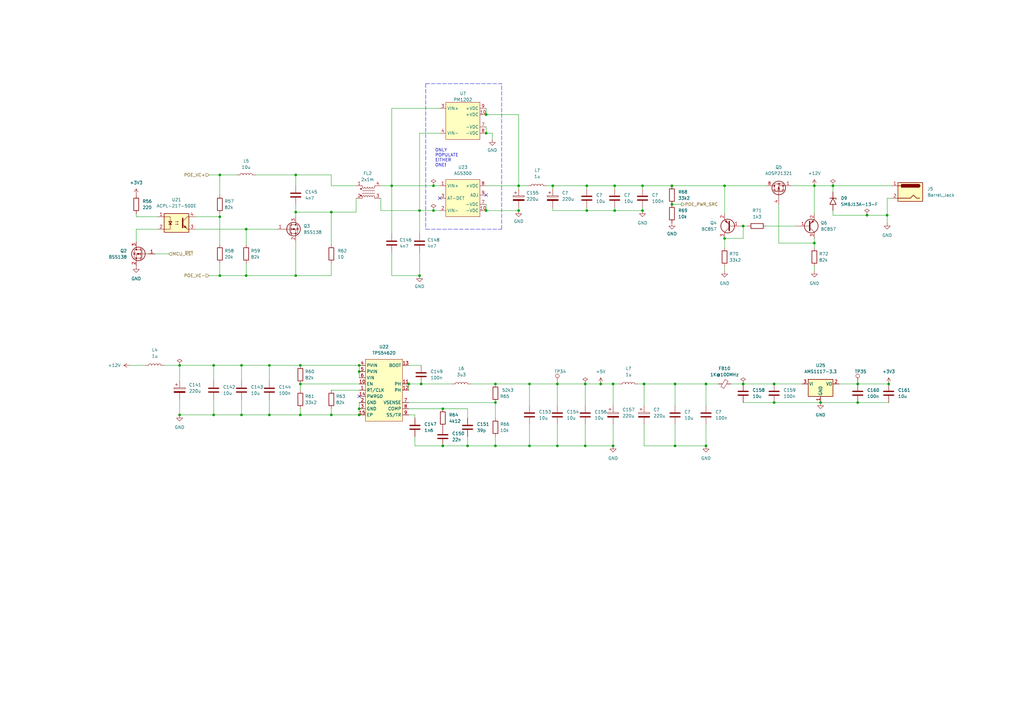
<source format=kicad_sch>
(kicad_sch (version 20211123) (generator eeschema)
  (paper "A3")
  (title_block (title "Kirdy") (date "2022-07-03") (rev "r0.1") (company "M-Labs") (comment 1 "Alex Wong Tat Hang"))
  (lib_symbols
    (symbol "Connector:Barrel_Jack" (pin_names (offset 1.016))
      (property "Reference" "J" (at 0 5.334 0))
      (property "Value" "Barrel_Jack" (at 0 -5.08 0))
      (symbol "Barrel_Jack_1_1"
        (pin passive line (at 7.62 2.54 180) (length 2.54) (name "~") (number "1"))
        (pin passive line (at 7.62 -2.54 180) (length 2.54) (name "~") (number "2"))
      )
    )
    (symbol "Connector:TestPoint" (pin_numbers hide) (pin_names (offset 0.762) hide)
      (property "Reference" "TP" (at 0 6.858 0))
      (property "Value" "TestPoint" (at 0 5.08 0))
      (symbol "TestPoint_1_1"
        (pin passive line (at 0 0 90) (length 2.54) (name "1") (number "1"))
      )
    )
    (symbol "Device:C" (pin_numbers hide) (pin_names (offset 0.254))
      (property "Reference" "C" (at 0.635 2.54 0))
      (property "Value" "C" (at 0.635 -2.54 0))
      (symbol "C_1_1"
        (pin passive line (at 0 3.81 270) (length 2.794) (name "~") (number "1"))
        (pin passive line (at 0 -3.81 90) (length 2.794) (name "~") (number "2"))
      )
    )
    (symbol "Device:C_Polarized" (pin_numbers hide) (pin_names (offset 0.254))
      (property "Reference" "C" (at 0.635 2.54 0))
      (property "Value" "C_Polarized" (at 0.635 -2.54 0))
      (symbol "C_Polarized_1_1"
        (pin passive line (at 0 3.81 270) (length 2.794) (name "~") (number "1"))
        (pin passive line (at 0 -3.81 90) (length 2.794) (name "~") (number "2"))
      )
    )
    (symbol "Device:FerriteBead_Small" (pin_numbers hide) (pin_names (offset 0))
      (property "Reference" "FB" (at 1.905 1.27 0))
      (property "Value" "FerriteBead_Small" (at 1.905 -1.27 0))
      (symbol "FerriteBead_Small_1_1"
        (pin passive line (at 0 2.54 270) (length 1.27) (name "~") (number "1"))
        (pin passive line (at 0 -2.54 90) (length 1.27) (name "~") (number "2"))
      )
    )
    (symbol "Device:Filter_EMI_LL_1423" (pin_names hide)
      (property "Reference" "FL" (at 0 4.445 0))
      (property "Value" "Filter_EMI_LL_1423" (at 0 -4.445 0))
      (symbol "Filter_EMI_LL_1423_1_1"
        (pin passive line (at -5.08 -2.54 0) (length 2.54) (name "1") (number "1"))
        (pin passive line (at -5.08 2.54 0) (length 2.54) (name "2") (number "2"))
        (pin passive line (at 5.08 2.54 180) (length 2.54) (name "3") (number "3"))
        (pin passive line (at 5.08 -2.54 180) (length 2.54) (name "4") (number "4"))
      )
    )
    (symbol "Device:L" (pin_numbers hide) (pin_names (offset 1.016) hide)
      (property "Reference" "L" (at -1.27 0 90))
      (property "Value" "L" (at 1.905 0 90))
      (symbol "L_1_1"
        (pin passive line (at 0 3.81 270) (length 1.27) (name "1") (number "1"))
        (pin passive line (at 0 -3.81 90) (length 1.27) (name "2") (number "2"))
      )
    )
    (symbol "Device:R" (pin_numbers hide) (pin_names (offset 0))
      (property "Reference" "R" (at 2.032 0 90))
      (property "Value" "R" (at 0 0 90))
      (symbol "R_1_1"
        (pin passive line (at 0 3.81 270) (length 1.27) (name "~") (number "1"))
        (pin passive line (at 0 -3.81 90) (length 1.27) (name "~") (number "2"))
      )
    )
    (symbol "Diode:SM6T15A" (pin_numbers hide) (pin_names (offset 1.016) hide)
      (property "Reference" "D" (at 0 2.54 0))
      (property "Value" "SM6T15A" (at 0 -2.54 0))
      (symbol "SM6T15A_1_1"
        (pin passive line (at -3.81 0 0) (length 2.54) (name "A1") (number "1"))
        (pin passive line (at 3.81 0 180) (length 2.54) (name "A2") (number "2"))
      )
    )
    (symbol "Isolator:SFH617A-2X009T"
      (property "Reference" "U" (at -3.81 5.08 0))
      (property "Value" "SFH617A-2X009T" (at 0 -5.08 0))
      (symbol "SFH617A-2X009T_1_1"
        (pin passive line (at -7.62 2.54 0) (length 2.54) (name "~") (number "1"))
        (pin passive line (at -7.62 -2.54 0) (length 2.54) (name "~") (number "2"))
        (pin passive line (at 7.62 -2.54 180) (length 2.54) (name "~") (number "3"))
        (pin passive line (at 7.62 2.54 180) (length 2.54) (name "~") (number "4"))
      )
    )
    (symbol "Regulator_Linear:AMS1117-3.3" (pin_names (offset 0.254))
      (property "Reference" "U" (at -3.81 3.175 0))
      (property "Value" "AMS1117-3.3" (at 0 3.175 0))
      (symbol "AMS1117-3.3_1_1"
        (pin power_in line (at 0 -7.62 90) (length 2.54) (name "GND") (number "1"))
        (pin power_out line (at 7.62 0 180) (length 2.54) (name "VO") (number "2"))
        (pin power_in line (at -7.62 0 0) (length 2.54) (name "VI") (number "3"))
      )
    )
    (symbol "Transistor_BJT:BC857" (pin_names (offset 0) hide)
      (property "Reference" "Q" (at 5.08 1.905 0))
      (property "Value" "BC857" (at 5.08 0 0))
      (symbol "BC857_1_1"
        (pin input line (at -5.08 0 0) (length 5.715) (name "B") (number "1"))
        (pin passive line (at 2.54 -5.08 90) (length 2.54) (name "E") (number "2"))
        (pin passive line (at 2.54 5.08 270) (length 2.54) (name "C") (number "3"))
      )
    )
    (symbol "Transistor_FET:BSS138" (pin_names hide)
      (property "Reference" "Q" (at 5.08 1.905 0))
      (property "Value" "BSS138" (at 5.08 0 0))
      (symbol "BSS138_1_1"
        (pin input line (at -5.08 0 0) (length 2.54) (name "G") (number "1"))
        (pin passive line (at 2.54 -5.08 90) (length 2.54) (name "S") (number "2"))
        (pin passive line (at 2.54 5.08 270) (length 2.54) (name "D") (number "3"))
      )
    )
    (symbol "Transistor_FET:FDS9435A" (pin_names hide)
      (property "Reference" "Q" (at 5.08 1.905 0))
      (property "Value" "FDS9435A" (at 5.08 0 0))
      (symbol "FDS9435A_1_1"
        (pin passive line (at 2.54 -5.08 90) (length 2.54) (name "S") (number "1"))
        (pin passive line (at 2.54 -5.08 90) (length 2.54) hide (name "S") (number "2"))
        (pin passive line (at 2.54 -5.08 90) (length 2.54) hide (name "S") (number "3"))
        (pin passive line (at -5.08 0 0) (length 2.54) (name "G") (number "4"))
        (pin passive line (at 2.54 5.08 270) (length 2.54) hide (name "D") (number "5"))
        (pin passive line (at 2.54 5.08 270) (length 2.54) hide (name "D") (number "6"))
        (pin passive line (at 2.54 5.08 270) (length 2.54) hide (name "D") (number "7"))
        (pin passive line (at 2.54 5.08 270) (length 2.54) (name "D") (number "8"))
      )
    )
    (symbol "kirdy:AG5300"
      (property "Reference" "U" (at 6.35 -6.35 0))
      (property "Value" "AG5300" (at -2.54 -6.35 0))
      (symbol "AG5300_0_0"
        (pin power_in line (at -8.89 7.62 0) (length 2.54) (name "VIN+") (number "1"))
        (pin power_out line (at 10.16 -2.54 180) (length 2.54) (name "-VDC") (number "10"))
        (pin power_in line (at -8.89 -2.54 0) (length 2.54) (name "VIN-") (number "2"))
        (pin output line (at -8.89 2.54 0) (length 2.54) (name "AT-DET") (number "3"))
        (pin no_connect line (at -0.635 5.715 90) (length 2.54) hide (name "NC") (number "4"))
        (pin no_connect line (at 0.635 5.715 90) (length 2.54) hide (name "NC") (number "5"))
        (pin no_connect line (at 1.905 5.715 90) (length 2.54) hide (name "NC") (number "6"))
        (pin passive line (at 10.16 0 180) (length 2.54) (name "-VDC") (number "7"))
        (pin power_out line (at 10.16 7.62 180) (length 2.54) (name "+VDC") (number "8"))
        (pin input line (at 10.16 3.81 180) (length 2.54) (name "ADJ") (number "9"))
      )
    )
    (symbol "kirdy:PM1202"
      (property "Reference" "U" (at 6.35 -6.35 0))
      (property "Value" "PM1202" (at -2.54 -6.35 0))
      (symbol "PM1202_0_0"
        (pin no_connect line (at -2.54 6.35 90) (length 2.54) hide (name "NC") (number "1"))
        (pin power_out line (at 10.16 5.08 180) (length 2.54) (name "+VDC") (number "10"))
        (pin no_connect line (at -0.635 5.715 90) (length 2.54) hide (name "NC") (number "2"))
        (pin power_in line (at -8.89 7.62 0) (length 2.54) (name "VIN+") (number "3"))
        (pin power_in line (at -8.89 -2.54 0) (length 2.54) (name "VIN-") (number "4"))
        (pin no_connect line (at 0.635 5.715 90) (length 2.54) hide (name "NC") (number "5"))
        (pin no_connect line (at 1.905 5.715 90) (length 2.54) hide (name "NC") (number "6"))
        (pin passive line (at 10.16 0 180) (length 2.54) (name "-VDC") (number "7"))
        (pin power_out line (at 10.16 -2.54 180) (length 2.54) (name "-VDC") (number "8"))
        (pin input line (at 10.16 7.62 180) (length 2.54) (name "+VDC") (number "9"))
      )
    )
    (symbol "kirdy:TPS54620"
      (property "Reference" "U" (at 0 -17.78 0))
      (property "Value" "TPS54620" (at 0 -15.24 0))
      (symbol "TPS54620_0_0"
        (pin input line (at -10.16 0 0) (length 2.54) (name "RT/CLK") (number "1"))
        (pin input line (at -10.16 2.54 0) (length 2.54) (name "EN") (number "10"))
        (pin power_out line (at 10.16 2.54 180) (length 2.54) (name "PH") (number "11"))
        (pin passive line (at 10.16 0 180) (length 2.54) (name "PH") (number "12"))
        (pin input line (at 10.16 10.16 180) (length 2.54) (name "BOOT") (number "13"))
        (pin output line (at -10.16 -2.54 0) (length 2.54) (name "PWRGD") (number "14"))
        (pin power_in line (at -10.16 -10.16 0) (length 2.54) (name "EP") (number "15"))
        (pin power_in line (at -10.16 -5.08 0) (length 2.54) (name "GND") (number "2"))
        (pin power_in line (at -10.16 -7.62 0) (length 2.54) (name "GND") (number "3"))
        (pin power_in line (at -10.16 10.16 0) (length 2.54) (name "PVIN") (number "4"))
        (pin power_in line (at -10.16 7.62 0) (length 2.54) (name "PVIN") (number "5"))
        (pin power_in line (at -10.16 5.08 0) (length 2.54) (name "VIN") (number "6"))
        (pin input line (at 10.16 -5.08 180) (length 2.54) (name "VSENSE") (number "7"))
        (pin output line (at 10.16 -7.62 180) (length 2.54) (name "COMP") (number "8"))
        (pin output line (at 10.16 -10.16 180) (length 2.54) (name "SS/TR") (number "9"))
      )
    )
    (symbol "power:+12V" (power) (pin_names (offset 0))
      (property "Value" "+12V" (at 0 3.556 0))
      (symbol "+12V_1_1"
        (pin power_in line (at 0 0 90) (length 0) hide (name "+12V") (number "1"))
      )
    )
    (symbol "power:+3V3" (power) (pin_names (offset 0))
      (property "Value" "+3V3" (at 0 3.556 0))
      (symbol "+3V3_1_1"
        (pin power_in line (at 0 0 90) (length 0) hide (name "+3V3") (number "1"))
      )
    )
    (symbol "power:+5V" (power) (pin_names (offset 0))
      (property "Value" "+5V" (at 0 3.556 0))
      (symbol "+5V_1_1"
        (pin power_in line (at 0 0 90) (length 0) hide (name "+5V") (number "1"))
      )
    )
    (symbol "power:GND" (power) (pin_names (offset 0))
      (property "Value" "GND" (at 0 -3.81 0))
      (symbol "GND_1_1"
        (pin power_in line (at 0 0 270) (length 0) hide (name "GND") (number "1"))
      )
    )
    (symbol "power:PWR_FLAG" (power) (pin_numbers hide) (pin_names (offset 0) hide)
      (property "Value" "PWR_FLAG" (at 0 3.81 0))
      (symbol "PWR_FLAG_0_0"
        (pin power_out line (at 0 0 90) (length 0) (name "pwr") (number "1"))
      )
    )
  )
  (junction (at 240.665 76.2))
  (junction (at 87.63 149.86))
  (junction (at 199.39 54.61))
  (junction (at 212.725 86.36))
  (junction (at 364.49 157.48))
  (junction (at 252.095 86.36))
  (junction (at 276.86 157.48))
  (junction (at 334.01 99.695))
  (junction (at 181.61 182.88))
  (junction (at 147.32 167.64))
  (junction (at 100.965 93.98))
  (junction (at 251.46 182.88))
  (junction (at 181.61 167.64))
  (junction (at 246.38 157.48))
  (junction (at 121.285 86.995))
  (junction (at 317.5 165.1))
  (junction (at 228.6 157.48))
  (junction (at 203.2 157.48))
  (junction (at 90.17 113.03))
  (junction (at 135.89 86.995))
  (junction (at 304.8 92.71))
  (junction (at 251.46 157.48))
  (junction (at 110.49 170.18))
  (junction (at 167.64 157.48))
  (junction (at 172.085 113.03))
  (junction (at 135.89 170.18))
  (junction (at 73.66 170.18))
  (junction (at 275.59 83.82))
  (junction (at 212.725 76.2))
  (junction (at 177.8 86.36))
  (junction (at 363.855 88.265))
  (junction (at 90.17 88.9))
  (junction (at 240.03 182.88))
  (junction (at 263.525 86.36))
  (junction (at 147.32 149.86))
  (junction (at 203.2 182.88))
  (junction (at 336.55 165.1))
  (junction (at 121.285 113.03))
  (junction (at 240.03 157.48))
  (junction (at 110.49 149.86))
  (junction (at 351.79 165.1))
  (junction (at 160.655 76.2))
  (junction (at 252.095 76.2))
  (junction (at 121.285 71.755))
  (junction (at 123.19 170.18))
  (junction (at 317.5 157.48))
  (junction (at 289.56 157.48))
  (junction (at 351.79 157.48))
  (junction (at 203.2 165.1))
  (junction (at 263.525 76.2))
  (junction (at 240.665 86.36))
  (junction (at 217.17 182.88))
  (junction (at 297.18 76.2))
  (junction (at 226.695 76.2))
  (junction (at 177.8 76.2))
  (junction (at 304.8 157.48))
  (junction (at 217.17 157.48))
  (junction (at 87.63 170.18))
  (junction (at 123.19 149.86))
  (junction (at 199.39 46.99))
  (junction (at 73.66 149.86))
  (junction (at 341.63 76.2))
  (junction (at 90.17 71.755))
  (junction (at 99.06 170.18))
  (junction (at 289.56 182.88))
  (junction (at 100.965 113.03))
  (junction (at 297.18 97.79))
  (junction (at 147.32 152.4))
  (junction (at 228.6 182.88))
  (junction (at 355.6 88.265))
  (junction (at 275.59 76.2))
  (junction (at 191.77 182.88))
  (junction (at 99.06 149.86))
  (junction (at 172.085 86.36))
  (junction (at 334.01 76.2))
  (junction (at 123.19 157.48))
  (junction (at 276.86 182.88))
  (junction (at 147.32 170.18))
  (junction (at 172.72 157.48))
  (junction (at 199.39 86.36))
  (junction (at 264.16 157.48))
  (no_connect (at 180.34 81.28))
  (no_connect (at 199.39 80.01))
  (no_connect (at 147.32 162.56))
  (wire (pts (xy 224.155 76.2) (xy 226.695 76.2)))
  (wire (pts (xy 104.775 71.755) (xy 121.285 71.755)))
  (wire (pts (xy 121.285 86.995) (xy 121.285 88.9)))
  (wire (pts (xy 135.89 167.64) (xy 135.89 170.18)))
  (wire (pts (xy 146.05 76.2) (xy 135.89 76.2)))
  (wire (pts (xy 263.525 77.47) (xy 263.525 76.2)))
  (wire (pts (xy 240.665 76.2) (xy 252.095 76.2)))
  (wire (pts (xy 87.63 149.86) (xy 99.06 149.86)))
  (wire (pts (xy 147.32 165.1) (xy 147.32 167.64)))
  (wire (pts (xy 80.01 93.98) (xy 100.965 93.98)))
  (wire (pts (xy 199.39 86.36) (xy 212.725 86.36)))
  (wire (pts (xy 110.49 149.86) (xy 123.19 149.86)))
  (wire (pts (xy 63.5 104.14) (xy 69.215 104.14)))
  (wire (pts (xy 160.655 113.03) (xy 172.085 113.03)))
  (wire (pts (xy 135.89 86.995) (xy 135.89 100.33)))
  (wire (pts (xy 99.06 163.83) (xy 99.06 170.18)))
  (wire (pts (xy 264.16 157.48) (xy 276.86 157.48)))
  (wire (pts (xy 146.05 81.28) (xy 146.05 86.995)))
  (wire (pts (xy 199.39 83.82) (xy 199.39 86.36)))
  (wire (pts (xy 172.085 103.505) (xy 172.085 113.03)))
  (wire (pts (xy 135.89 160.02) (xy 147.32 160.02)))
  (wire (pts (xy 228.6 182.88) (xy 240.03 182.88)))
  (wire (pts (xy 341.63 76.2) (xy 365.76 76.2)))
  (wire (pts (xy 99.06 170.18) (xy 110.49 170.18)))
  (wire (pts (xy 110.49 170.18) (xy 123.19 170.18)))
  (wire (pts (xy 156.21 86.36) (xy 172.085 86.36)))
  (wire (pts (xy 304.8 165.1) (xy 317.5 165.1)))
  (wire (pts (xy 170.18 179.07) (xy 170.18 182.88)))
  (wire (pts (xy 203.2 182.88) (xy 203.2 179.07)))
  (wire (pts (xy 181.61 167.64) (xy 191.77 167.64)))
  (wire (pts (xy 217.17 157.48) (xy 217.17 166.37)))
  (wire (pts (xy 53.34 149.86) (xy 59.69 149.86)))
  (wire (pts (xy 324.485 76.2) (xy 334.01 76.2)))
  (wire (pts (xy 177.8 76.2) (xy 180.34 76.2)))
  (wire (pts (xy 252.095 77.47) (xy 252.095 76.2)))
  (polyline (pts (xy 205.74 93.98) (xy 205.74 34.29)))
  (wire (pts (xy 147.32 149.86) (xy 147.32 152.4)))
  (wire (pts (xy 85.725 113.03) (xy 90.17 113.03)))
  (wire (pts (xy 80.01 88.9) (xy 90.17 88.9)))
  (wire (pts (xy 167.64 149.86) (xy 172.72 149.86)))
  (wire (pts (xy 123.19 157.48) (xy 123.19 160.02)))
  (wire (pts (xy 100.965 113.03) (xy 100.965 107.95)))
  (wire (pts (xy 123.19 167.64) (xy 123.19 170.18)))
  (wire (pts (xy 73.66 163.83) (xy 73.66 170.18)))
  (wire (pts (xy 240.03 157.48) (xy 240.03 166.37)))
  (wire (pts (xy 199.39 54.61) (xy 201.93 54.61)))
  (wire (pts (xy 251.46 182.88) (xy 251.46 173.99)))
  (wire (pts (xy 121.285 86.995) (xy 135.89 86.995)))
  (wire (pts (xy 317.5 157.48) (xy 328.93 157.48)))
  (wire (pts (xy 276.86 157.48) (xy 289.56 157.48)))
  (wire (pts (xy 99.06 149.86) (xy 110.49 149.86)))
  (wire (pts (xy 177.8 86.36) (xy 180.34 86.36)))
  (wire (pts (xy 135.89 71.755) (xy 121.285 71.755)))
  (wire (pts (xy 167.64 165.1) (xy 203.2 165.1)))
  (wire (pts (xy 90.17 80.01) (xy 90.17 71.755)))
  (wire (pts (xy 289.56 173.99) (xy 289.56 182.88)))
  (wire (pts (xy 251.46 157.48) (xy 251.46 166.37)))
  (wire (pts (xy 334.01 76.2) (xy 334.01 87.63)))
  (wire (pts (xy 123.19 157.48) (xy 147.32 157.48)))
  (wire (pts (xy 135.89 113.03) (xy 121.285 113.03)))
  (wire (pts (xy 363.855 81.28) (xy 365.76 81.28)))
  (wire (pts (xy 341.63 86.36) (xy 341.63 88.265)))
  (wire (pts (xy 87.63 170.18) (xy 99.06 170.18)))
  (wire (pts (xy 135.89 170.18) (xy 147.32 170.18)))
  (wire (pts (xy 90.17 113.03) (xy 100.965 113.03)))
  (wire (pts (xy 351.79 157.48) (xy 364.49 157.48)))
  (wire (pts (xy 135.89 107.95) (xy 135.89 113.03)))
  (wire (pts (xy 212.725 76.2) (xy 212.725 77.47)))
  (wire (pts (xy 123.19 149.86) (xy 147.32 149.86)))
  (wire (pts (xy 276.86 166.37) (xy 276.86 157.48)))
  (wire (pts (xy 263.525 76.2) (xy 275.59 76.2)))
  (wire (pts (xy 156.21 81.28) (xy 156.21 86.36)))
  (wire (pts (xy 276.86 182.88) (xy 289.56 182.88)))
  (wire (pts (xy 160.655 44.45) (xy 160.655 76.2)))
  (wire (pts (xy 55.88 93.98) (xy 64.77 93.98)))
  (wire (pts (xy 73.66 156.21) (xy 73.66 149.86)))
  (wire (pts (xy 121.285 113.03) (xy 100.965 113.03)))
  (wire (pts (xy 217.17 157.48) (xy 228.6 157.48)))
  (wire (pts (xy 90.17 87.63) (xy 90.17 88.9)))
  (wire (pts (xy 90.17 71.755) (xy 97.155 71.755)))
  (wire (pts (xy 172.085 86.36) (xy 172.085 95.885)))
  (wire (pts (xy 226.695 76.2) (xy 240.665 76.2)))
  (wire (pts (xy 55.88 99.06) (xy 55.88 93.98)))
  (wire (pts (xy 263.525 85.09) (xy 263.525 86.36)))
  (wire (pts (xy 203.2 157.48) (xy 217.17 157.48)))
  (wire (pts (xy 344.17 157.48) (xy 351.79 157.48)))
  (wire (pts (xy 123.19 170.18) (xy 135.89 170.18)))
  (wire (pts (xy 170.18 182.88) (xy 181.61 182.88)))
  (polyline (pts (xy 174.625 93.98) (xy 205.74 93.98)))
  (wire (pts (xy 334.01 76.2) (xy 341.63 76.2)))
  (wire (pts (xy 180.34 44.45) (xy 160.655 44.45)))
  (wire (pts (xy 341.63 76.2) (xy 341.63 78.74)))
  (wire (pts (xy 191.77 182.88) (xy 203.2 182.88)))
  (wire (pts (xy 172.72 157.48) (xy 185.42 157.48)))
  (wire (pts (xy 261.62 157.48) (xy 264.16 157.48)))
  (wire (pts (xy 121.285 71.755) (xy 121.285 76.2)))
  (wire (pts (xy 199.39 44.45) (xy 199.39 46.99)))
  (wire (pts (xy 90.17 88.9) (xy 90.17 100.33)))
  (wire (pts (xy 110.49 163.83) (xy 110.49 170.18)))
  (wire (pts (xy 304.8 92.71) (xy 306.705 92.71)))
  (wire (pts (xy 216.535 76.2) (xy 212.725 76.2)))
  (wire (pts (xy 100.965 93.98) (xy 113.665 93.98)))
  (wire (pts (xy 55.88 87.63) (xy 55.88 88.9)))
  (wire (pts (xy 203.2 182.88) (xy 217.17 182.88)))
  (wire (pts (xy 254 157.48) (xy 251.46 157.48)))
  (wire (pts (xy 341.63 88.265) (xy 355.6 88.265)))
  (wire (pts (xy 297.18 97.79) (xy 297.18 101.6)))
  (wire (pts (xy 297.18 76.2) (xy 297.18 87.63)))
  (wire (pts (xy 212.725 46.99) (xy 212.725 76.2)))
  (wire (pts (xy 100.965 93.98) (xy 100.965 100.33)))
  (wire (pts (xy 228.6 157.48) (xy 240.03 157.48)))
  (wire (pts (xy 264.16 182.88) (xy 264.16 173.99)))
  (wire (pts (xy 90.17 107.95) (xy 90.17 113.03)))
  (wire (pts (xy 252.095 85.09) (xy 252.095 86.36)))
  (wire (pts (xy 73.66 149.86) (xy 87.63 149.86)))
  (wire (pts (xy 319.405 83.82) (xy 319.405 99.695)))
  (wire (pts (xy 212.725 86.36) (xy 212.725 85.09)))
  (wire (pts (xy 160.655 103.505) (xy 160.655 113.03)))
  (wire (pts (xy 147.32 167.64) (xy 147.32 170.18)))
  (wire (pts (xy 299.72 157.48) (xy 304.8 157.48)))
  (polyline (pts (xy 174.625 34.29) (xy 205.74 34.29)))
  (wire (pts (xy 363.855 88.265) (xy 363.855 81.28)))
  (wire (pts (xy 252.095 76.2) (xy 263.525 76.2)))
  (wire (pts (xy 334.01 109.22) (xy 334.01 111.125)))
  (polyline (pts (xy 174.625 34.29) (xy 174.625 93.98)))
  (wire (pts (xy 297.18 109.22) (xy 297.18 111.125)))
  (wire (pts (xy 87.63 149.86) (xy 87.63 156.21)))
  (wire (pts (xy 317.5 165.1) (xy 336.55 165.1)))
  (wire (pts (xy 203.2 171.45) (xy 203.2 165.1)))
  (wire (pts (xy 167.64 157.48) (xy 172.72 157.48)))
  (wire (pts (xy 147.32 152.4) (xy 147.32 154.94)))
  (wire (pts (xy 121.285 99.06) (xy 121.285 113.03)))
  (wire (pts (xy 170.18 170.18) (xy 170.18 171.45)))
  (wire (pts (xy 193.04 157.48) (xy 203.2 157.48)))
  (wire (pts (xy 297.18 97.79) (xy 304.8 97.79)))
  (wire (pts (xy 146.05 86.995) (xy 135.89 86.995)))
  (wire (pts (xy 252.095 86.36) (xy 263.525 86.36)))
  (wire (pts (xy 355.6 88.265) (xy 363.855 88.265)))
  (wire (pts (xy 275.59 83.82) (xy 279.4 83.82)))
  (wire (pts (xy 172.085 86.36) (xy 177.8 86.36)))
  (wire (pts (xy 172.085 54.61) (xy 180.34 54.61)))
  (wire (pts (xy 226.695 77.47) (xy 226.695 76.2)))
  (wire (pts (xy 228.6 157.48) (xy 228.6 166.37)))
  (wire (pts (xy 264.16 182.88) (xy 276.86 182.88)))
  (wire (pts (xy 87.63 163.83) (xy 87.63 170.18)))
  (wire (pts (xy 191.77 182.88) (xy 191.77 179.07)))
  (wire (pts (xy 304.8 97.79) (xy 304.8 92.71)))
  (wire (pts (xy 199.39 46.99) (xy 212.725 46.99)))
  (wire (pts (xy 240.03 173.99) (xy 240.03 182.88)))
  (wire (pts (xy 121.285 83.82) (xy 121.285 86.995)))
  (wire (pts (xy 217.17 173.99) (xy 217.17 182.88)))
  (wire (pts (xy 167.64 170.18) (xy 170.18 170.18)))
  (wire (pts (xy 240.665 77.47) (xy 240.665 76.2)))
  (wire (pts (xy 199.39 76.2) (xy 212.725 76.2)))
  (wire (pts (xy 246.38 157.48) (xy 251.46 157.48)))
  (wire (pts (xy 181.61 182.88) (xy 191.77 182.88)))
  (wire (pts (xy 226.695 86.36) (xy 240.665 86.36)))
  (wire (pts (xy 240.665 86.36) (xy 252.095 86.36)))
  (wire (pts (xy 73.66 170.18) (xy 87.63 170.18)))
  (wire (pts (xy 135.89 76.2) (xy 135.89 71.755)))
  (wire (pts (xy 240.665 85.09) (xy 240.665 86.36)))
  (wire (pts (xy 276.86 173.99) (xy 276.86 182.88)))
  (wire (pts (xy 67.31 149.86) (xy 73.66 149.86)))
  (wire (pts (xy 297.18 76.2) (xy 314.325 76.2)))
  (wire (pts (xy 228.6 173.99) (xy 228.6 182.88)))
  (wire (pts (xy 110.49 149.86) (xy 110.49 156.21)))
  (wire (pts (xy 264.16 166.37) (xy 264.16 157.48)))
  (wire (pts (xy 191.77 167.64) (xy 191.77 171.45)))
  (wire (pts (xy 240.03 182.88) (xy 251.46 182.88)))
  (wire (pts (xy 160.655 76.2) (xy 177.8 76.2)))
  (wire (pts (xy 334.01 99.695) (xy 334.01 101.6)))
  (wire (pts (xy 319.405 99.695) (xy 334.01 99.695)))
  (wire (pts (xy 201.93 54.61) (xy 201.93 57.15)))
  (wire (pts (xy 226.695 86.36) (xy 226.695 85.09)))
  (wire (pts (xy 351.79 165.1) (xy 364.49 165.1)))
  (wire (pts (xy 172.085 86.36) (xy 172.085 54.61)))
  (wire (pts (xy 167.64 167.64) (xy 181.61 167.64)))
  (wire (pts (xy 304.8 157.48) (xy 317.5 157.48)))
  (wire (pts (xy 314.325 92.71) (xy 326.39 92.71)))
  (wire (pts (xy 99.06 156.21) (xy 99.06 149.86)))
  (wire (pts (xy 289.56 157.48) (xy 294.64 157.48)))
  (wire (pts (xy 167.64 157.48) (xy 167.64 160.02)))
  (wire (pts (xy 199.39 52.07) (xy 199.39 54.61)))
  (wire (pts (xy 85.725 71.755) (xy 90.17 71.755)))
  (wire (pts (xy 156.21 76.2) (xy 160.655 76.2)))
  (wire (pts (xy 55.88 88.9) (xy 64.77 88.9)))
  (wire (pts (xy 160.655 76.2) (xy 160.655 95.885)))
  (wire (pts (xy 334.01 97.79) (xy 334.01 99.695)))
  (wire (pts (xy 240.03 157.48) (xy 246.38 157.48)))
  (wire (pts (xy 217.17 182.88) (xy 228.6 182.88)))
  (wire (pts (xy 363.855 91.44) (xy 363.855 88.265)))
  (wire (pts (xy 275.59 76.2) (xy 297.18 76.2)))
  (wire (pts (xy 289.56 166.37) (xy 289.56 157.48)))
  (wire (pts (xy 336.55 165.1) (xy 351.79 165.1)))
  (text "ONLY \nPOPULATE\nEITHER\nONE!" (at 178.435 68.58 0) (effects (font (size 1.27 1.27)) (justify left bottom)))
  (hierarchical_label "POE_PWR_SRC" (shape output) (at 279.4 83.82 0))
  (hierarchical_label "POE_VC+" (shape input) (at 85.725 71.755 180))
  (hierarchical_label "POE_VC-" (shape input) (at 85.725 113.03 180))
  (hierarchical_label "MCU_~{RST}" (shape input) (at 69.215 104.14 0))
  (symbol (lib_id "Device:L") (at 189.23 157.48 90) (unit 1)
    (property "Reference" "L6" (at 189.23 151.13 90))
    (property "Value" "3u3" (at 189.23 153.67 90))
    (property "Footprint" "Inductor_SMD:L_Wuerth_MAPI-4020" (effects hide))
    (property "MFR_PN" "74438356033" (effects hide))
  )
  (symbol (lib_id "Device:C") (at 276.86 170.18 0) (unit 1)
    (property "Reference" "C?" (at 280.67 168.9099 0) (effects (justify left)))
    (property "Value" "10u" (at 280.67 171.4499 0) (effects (justify left)))
    (property "Footprint" "Capacitor_SMD:C_0805_2012Metric" (effects hide))
    (property "MFR_PN" "CL21B106KOQNNNG" (effects hide))
    (property "MFR_PN_ALT" "CL21B106KOQNNNE" (effects hide))
  )
  (symbol (lib_id "Device:C") (at 263.525 81.28 0) (unit 1)
    (property "Reference" "C?" (at 267.335 80.0099 0) (effects (justify left)))
    (property "Value" "100n" (at 267.335 82.5499 0) (effects (justify left)))
    (property "Footprint" "Capacitor_SMD:C_0603_1608Metric" (effects hide))
    (property "MFR_PN" "CL10B104KB8NNWC" (effects hide))
    (property "MFR_PN_ALT" "CL10B104KB8NNNL" (effects hide))
  )
  (symbol (lib_id "Transistor_FET:BSS138") (at 118.745 93.98 0) (unit 1)
    (property "Reference" "Q3" (at 124.46 92.7099 0) (effects (justify left)))
    (property "Value" "BSS138" (at 124.46 95.2499 0) (effects (justify left)))
    (property "Footprint" "Package_TO_SOT_SMD:SOT-23" (effects hide))
    (property "Datasheet" "https://www.onsemi.com/pub/Collateral/BSS138-D.PDF" (effects hide))
    (property "MFR_PN" "BSS138W-TP" (effects hide))
    (property "MFR_PN_ALT" "BSS138W-7-F" (effects hide))
  )
  (symbol (lib_id "Device:R") (at 90.17 104.14 0) (unit 1)
    (property "Reference" "R58" (at 92.075 102.8699 0) (effects (justify left)))
    (property "Value" "20k" (at 92.075 105.4099 0) (effects (justify left)))
    (property "Footprint" "Resistor_SMD:R_0603_1608Metric" (effects hide))
    (property "MFR_PN" "RMCF0603FT20K0" (effects hide))
    (property "MFR_PN_ALT" "RC0603FR-0720KL" (effects hide))
  )
  (symbol (lib_id "Device:L") (at 100.965 71.755 90) (unit 1)
    (property "Reference" "L5" (at 100.965 66.04 90))
    (property "Value" "10u" (at 100.965 68.58 90))
    (property "Footprint" "Inductor_SMD:L_Wuerth_WE-PD-Typ-LS" (effects hide))
    (property "MFR_PN" "74477110" (effects hide))
  )
  (symbol (lib_id "Device:C") (at 170.18 175.26 0) (unit 1)
    (property "Reference" "C147" (at 173.99 173.9899 0) (effects (justify left)))
    (property "Value" "1n6" (at 173.99 176.5299 0) (effects (justify left)))
    (property "Footprint" "Capacitor_SMD:C_0603_1608Metric" (effects hide))
    (property "MFR_PN" "GCM1885C1H162FA16D" (effects hide))
    (property "MFR_PN_ALT" "C0603C162J5GAC7867" (effects hide))
  )
  (symbol (lib_id "Device:C") (at 252.095 81.28 0) (unit 1)
    (property "Reference" "C?" (at 255.905 80.0099 0) (effects (justify left)))
    (property "Value" "10u" (at 255.905 82.5499 0) (effects (justify left)))
    (property "Footprint" "Capacitor_SMD:C_0805_2012Metric" (effects hide))
    (property "MFR_PN" "CL21B106KOQNNNG" (effects hide))
    (property "MFR_PN_ALT" "CL21B106KOQNNNE" (effects hide))
  )
  (symbol (lib_id "Device:C_Polarized") (at 264.16 170.18 0) (unit 1)
    (property "Reference" "C?" (at 267.97 168.0209 0) (effects (justify left)))
    (property "Value" "220u" (at 267.97 170.5609 0) (effects (justify left)))
    (property "Footprint" "Capacitor_Tantalum_SMD:CP_EIA-7343-15_Kemet-W" (effects hide))
    (property "MFR_PN" "T491D227K016AT" (effects hide))
    (property "MFR_PN_ALT" "293D227X9016E2TE3" (effects hide))
  )
  (symbol (lib_id "Isolator:SFH617A-2X009T") (at 72.39 91.44 0) (unit 1)
    (property "Reference" "U21" (at 72.39 81.915 0))
    (property "Value" "ACPL-217-500E" (at 72.39 84.455 0))
    (property "Footprint" "Package_DIP:SMDIP-4_W7.62mm" (effects hide))
    (property "Datasheet" "http://www.vishay.com/docs/83740/sfh617a.pdf" (effects hide))
    (property "MFR_PN" "EL3H7(C)(TA)-VG" (effects hide))
  )
  (symbol (lib_id "Device:C") (at 121.285 80.01 0) (unit 1)
    (property "Reference" "C145" (at 125.095 78.7399 0) (effects (justify left)))
    (property "Value" "4n7" (at 125.095 81.2799 0) (effects (justify left)))
    (property "Footprint" "Capacitor_SMD:C_1206_3216Metric" (effects hide))
    (property "MFR_PN" "12067C472KAT2A" (effects hide))
    (property "MFR_PN_ALT" "1206B472K501NT" (effects hide))
  )
  (symbol (lib_id "Device:C") (at 240.03 170.18 0) (unit 1)
    (property "Reference" "C156" (at 243.84 168.9099 0) (effects (justify left)))
    (property "Value" "10u" (at 243.84 171.4499 0) (effects (justify left)))
    (property "Footprint" "Capacitor_SMD:C_0805_2012Metric" (effects hide))
    (property "MFR_PN" "CL21B106KOQNNNG" (effects hide))
    (property "MFR_PN_ALT" "CL21B106KOQNNNE" (effects hide))
  )
  (symbol (lib_id "Device:R") (at 100.965 104.14 0) (unit 1)
    (property "Reference" "R59" (at 102.87 102.8699 0) (effects (justify left)))
    (property "Value" "82k" (at 102.87 105.4099 0) (effects (justify left)))
    (property "Footprint" "Resistor_SMD:R_0603_1608Metric" (effects hide))
    (property "MFR_PN" "CRGCQ0603F82K" (effects hide))
    (property "MFR_PN_ALT" "RMCF0603FT82K0" (effects hide))
  )
  (symbol (lib_id "power:GND") (at 172.085 113.03 0) (unit 1)
    (property "Reference" "#PWR0129" (effects hide))
    (property "Value" "GND" (at 172.085 117.475 0))
  )
  (symbol (lib_id "Device:C") (at 160.655 99.695 0) (unit 1)
    (property "Reference" "C146" (at 163.83 98.4249 0) (effects (justify left)))
    (property "Value" "4n7" (at 163.83 100.9649 0) (effects (justify left)))
    (property "Footprint" "Capacitor_SMD:C_1206_3216Metric" (effects hide))
    (property "MFR_PN" "12067C472KAT2A" (effects hide))
    (property "MFR_PN_ALT" "1206B472K501NT" (effects hide))
  )
  (symbol (lib_id "power:GND") (at 363.855 91.44 0) (unit 1)
    (property "Reference" "#PWR0140" (effects hide))
    (property "Value" "GND" (at 363.855 96.52 0))
  )
  (symbol (lib_id "Device:C_Polarized") (at 226.695 81.28 0) (unit 1)
    (property "Reference" "C?" (at 230.505 79.1209 0) (effects (justify left)))
    (property "Value" "220u" (at 230.505 81.6609 0) (effects (justify left)))
    (property "Footprint" "Capacitor_Tantalum_SMD:CP_EIA-7343-15_Kemet-W" (effects hide))
    (property "MFR_PN" "T491D227K016AT" (effects hide))
    (property "MFR_PN_ALT" "293D227X9016E2TE3" (effects hide))
  )
  (symbol (lib_id "power:GND") (at 334.01 111.125 0) (unit 1)
    (property "Reference" "#PWR0137" (effects hide))
    (property "Value" "GND" (at 334.01 116.205 0))
  )
  (symbol (lib_id "Device:R") (at 181.61 171.45 0) (unit 1)
    (property "Reference" "R64" (at 184.15 170.1799 0) (effects (justify left)))
    (property "Value" "4k12" (at 184.15 172.7199 0) (effects (justify left)))
    (property "Footprint" "Resistor_SMD:R_0603_1608Metric" (effects hide))
    (property "MFR_PN" "RMCF0603FT4K12" (effects hide))
    (property "MFR_PN_ALT" "RC0603FR-074K12L" (effects hide))
  )
  (symbol (lib_id "Device:C") (at 304.8 161.29 0) (unit 1)
    (property "Reference" "C158" (at 308.61 160.0199 0) (effects (justify left)))
    (property "Value" "10u" (at 308.61 162.5599 0) (effects (justify left)))
    (property "Footprint" "Capacitor_SMD:C_0805_2012Metric" (effects hide))
    (property "MFR_PN" "CL21B106KOQNNNG" (effects hide))
    (property "MFR_PN_ALT" "CL21B106KOQNNNE" (effects hide))
  )
  (symbol (lib_id "Device:C") (at 351.79 161.29 0) (unit 1)
    (property "Reference" "C160" (at 355.6 160.0199 0) (effects (justify left)))
    (property "Value" "100n" (at 355.6 162.5599 0) (effects (justify left)))
    (property "Footprint" "Capacitor_SMD:C_0603_1608Metric" (effects hide))
    (property "MFR_PN" "CL10B104KB8NNWC" (effects hide))
    (property "MFR_PN_ALT" "CL10B104KB8NNNL" (effects hide))
  )
  (symbol (lib_id "power:+12V") (at 334.01 76.2 0) (unit 1)
    (property "Reference" "#PWR0136" (effects hide))
    (property "Value" "+12V" (at 334.01 71.12 0))
  )
  (symbol (lib_id "power:PWR_FLAG") (at 304.8 157.48 0) (unit 1)
    (property "Reference" "#FLG0111" (effects hide))
    (property "Value" "PWR_FLAG" (effects hide))
  )
  (symbol (lib_id "power:GND") (at 297.18 111.125 0) (unit 1)
    (property "Reference" "#PWR0135" (effects hide))
    (property "Value" "GND" (at 297.18 116.205 0))
  )
  (symbol (lib_id "Device:C") (at 87.63 160.02 0) (unit 1)
    (property "Reference" "C142" (at 91.44 158.7499 0) (effects (justify left)))
    (property "Value" "10u" (at 91.44 161.2899 0) (effects (justify left)))
    (property "Footprint" "Capacitor_SMD:C_0805_2012Metric" (effects hide))
    (property "MFR_PN" "CL21B106KOQNNNG" (effects hide))
    (property "MFR_PN_ALT" "CL21B106KOQNNNE" (effects hide))
  )
  (symbol (lib_id "Device:R") (at 123.19 153.67 0) (unit 1)
    (property "Reference" "R60" (at 125.095 152.3999 0) (effects (justify left)))
    (property "Value" "82k" (at 125.095 154.9399 0) (effects (justify left)))
    (property "Footprint" "Resistor_SMD:R_0603_1608Metric" (effects hide))
    (property "MFR_PN" "CRGCQ0603F82K" (effects hide))
    (property "MFR_PN_ALT" "RMCF0603FT82K0" (effects hide))
  )
  (symbol (lib_id "Device:C_Polarized") (at 251.46 170.18 0) (unit 1)
    (property "Reference" "C157" (at 255.27 168.0209 0) (effects (justify left)))
    (property "Value" "220u" (at 255.27 170.5609 0) (effects (justify left)))
    (property "Footprint" "Capacitor_Tantalum_SMD:CP_EIA-7343-15_Kemet-W" (effects hide))
    (property "MFR_PN" "T491D227K016AT" (effects hide))
    (property "MFR_PN_ALT" "293D227X9016E2TE3" (effects hide))
  )
  (symbol (lib_id "kirdy:PM1202") (at 189.23 52.07 0) (unit 1)
    (property "Reference" "U?" (at 189.865 38.3372 0))
    (property "Value" "PM1202" (at 189.865 40.8741 0))
    (property "Footprint" "kirdy:PM1202" (effects hide))
  )
  (symbol (lib_id "Device:C") (at 172.72 153.67 0) (unit 1)
    (property "Reference" "C149" (at 176.53 152.3999 0) (effects (justify left)))
    (property "Value" "100n" (at 176.53 154.9399 0) (effects (justify left)))
    (property "Footprint" "Capacitor_SMD:C_0603_1608Metric" (effects hide))
    (property "MFR_PN" "CL10B104KB8NNWC" (effects hide))
    (property "MFR_PN_ALT" "CL10B104KB8NNNL" (effects hide))
  )
  (symbol (lib_id "Diode:SM6T15A") (at 341.63 82.55 270) (unit 1)
    (property "Reference" "D9" (at 344.805 81.2799 90) (effects (justify left)))
    (property "Value" "SMBJ13A-13-F" (at 344.805 83.8199 90) (effects (justify left)))
    (property "Footprint" "Diode_SMD:D_SMB" (effects hide))
    (property "Datasheet" "https://www.st.com/resource/en/datasheet/sm6t.pdf" (effects hide))
    (property "MFR_PN" "SMBJ13A-13-F" (effects hide))
    (property "MFR_PN_ALT" "P6SMB16A" (effects hide))
  )
  (symbol (lib_id "Device:C") (at 228.6 170.18 0) (unit 1)
    (property "Reference" "C154" (at 232.41 168.9099 0) (effects (justify left)))
    (property "Value" "10u" (at 232.41 171.4499 0) (effects (justify left)))
    (property "Footprint" "Capacitor_SMD:C_0805_2012Metric" (effects hide))
    (property "MFR_PN" "CL21B106KOQNNNG" (effects hide))
    (property "MFR_PN_ALT" "CL21B106KOQNNNE" (effects hide))
  )
  (symbol (lib_id "Device:R") (at 203.2 161.29 180) (unit 1)
    (property "Reference" "R65" (at 207.01 162.56 0))
    (property "Value" "52k3" (at 208.28 160.02 0))
    (property "Footprint" "Resistor_SMD:R_0603_1608Metric" (effects hide))
    (property "MFR_PN" "CR0603-FX-5232ELF" (effects hide))
    (property "MFR_PN_ALT" "ERJ-3EKF5232V" (effects hide))
  )
  (symbol (lib_id "Device:C") (at 191.77 175.26 0) (unit 1)
    (property "Reference" "C151" (at 195.58 173.9899 0) (effects (justify left)))
    (property "Value" "39p" (at 195.58 176.5299 0) (effects (justify left)))
    (property "Footprint" "Capacitor_SMD:C_0603_1608Metric" (effects hide))
    (property "MFR_PN" "0603N390J500CT" (effects hide))
    (property "MFR_PN_ALT" "CML0603C0G390JT50V" (effects hide))
  )
  (symbol (lib_id "power:+3V3") (at 55.88 80.01 0) (unit 1)
    (property "Reference" "#PWR0126" (effects hide))
    (property "Value" "+3V3" (at 55.88 74.93 0))
  )
  (symbol (lib_id "Device:R") (at 275.59 80.01 0) (unit 1)
    (property "Reference" "R68" (at 278.13 78.7399 0) (effects (justify left)))
    (property "Value" "33k2" (at 278.13 81.2799 0) (effects (justify left)))
    (property "Footprint" "Resistor_SMD:R_0603_1608Metric" (effects hide))
    (property "MFR_PN" "CR0603-FX-3322ELF" (effects hide))
    (property "MFR_PN_ALT" "RC0603FR-0733K2L" (effects hide))
  )
  (symbol (lib_id "kirdy:AG5300") (at 189.23 83.82 0) (unit 1)
    (property "Reference" "U23" (at 189.865 68.58 0))
    (property "Value" "AG5300" (at 189.865 71.12 0))
    (property "Footprint" "kirdy:AG5300" (effects hide))
    (property "Datasheet" "https://silvertel.com/images/datasheets/Ag5300-datasheet-smallest-30W-Power-Over-Ethernet-Plus-Module-PoEplusPD.pdf" (effects hide))
    (property "MFR_PN" "AG5300" (effects hide))
  )
  (symbol (lib_id "power:GND") (at 73.66 170.18 0) (unit 1)
    (property "Reference" "#PWR0128" (effects hide))
    (property "Value" "GND" (at 73.66 175.26 0))
  )
  (symbol (lib_id "power:PWR_FLAG") (at 177.8 76.2 0) (unit 1)
    (property "Reference" "#FLG0115" (effects hide))
    (property "Value" "PWR_FLAG" (effects hide))
  )
  (symbol (lib_id "power:GND") (at 55.88 109.22 0) (unit 1)
    (property "Reference" "#PWR0127" (effects hide))
    (property "Value" "GND" (at 55.88 114.3 0))
  )
  (symbol (lib_id "Device:R") (at 310.515 92.71 90) (unit 1)
    (property "Reference" "R71" (at 310.515 86.36 90))
    (property "Value" "1k3" (at 310.515 88.9 90))
    (property "Footprint" "Resistor_SMD:R_0603_1608Metric" (effects hide))
    (property "MFR_PN" "RC0603FR-071K3L" (effects hide))
    (property "MFR_PN_ALT" "CRCW06031K30FKEAC" (effects hide))
  )
  (symbol (lib_id "Device:C_Polarized") (at 212.725 81.28 0) (unit 1)
    (property "Reference" "C155" (at 215.9 79.1209 0) (effects (justify left)))
    (property "Value" "220u" (at 215.9 81.6609 0) (effects (justify left)))
    (property "Footprint" "Capacitor_Tantalum_SMD:CP_EIA-7343-15_Kemet-W" (effects hide))
    (property "MFR_PN" "T491D227K016AT" (effects hide))
    (property "MFR_PN_ALT" "293D227X9016E2TE3" (effects hide))
  )
  (symbol (lib_id "Device:C") (at 240.665 81.28 0) (unit 1)
    (property "Reference" "C?" (at 244.475 80.0099 0) (effects (justify left)))
    (property "Value" "10u" (at 244.475 82.5499 0) (effects (justify left)))
    (property "Footprint" "Capacitor_SMD:C_0805_2012Metric" (effects hide))
    (property "MFR_PN" "CL21B106KOQNNNG" (effects hide))
    (property "MFR_PN_ALT" "CL21B106KOQNNNE" (effects hide))
  )
  (symbol (lib_id "Device:L") (at 257.81 157.48 90) (unit 1)
    (property "Reference" "L?" (at 257.81 151.13 90))
    (property "Value" "1u" (at 257.81 153.67 90))
    (property "Footprint" "Inductor_SMD:L_1008_2520Metric" (effects hide))
    (property "MFR_PN" "DFE252012F-1R0M=P2" (effects hide))
    (property "MFR_PN_ALT" "DFE252012P-1R0M=P2" (effects hide))
  )
  (symbol (lib_id "Device:C") (at 289.56 170.18 0) (unit 1)
    (property "Reference" "C?" (at 293.37 168.9099 0) (effects (justify left)))
    (property "Value" "100n" (at 293.37 171.4499 0) (effects (justify left)))
    (property "Footprint" "Capacitor_SMD:C_0603_1608Metric" (effects hide))
    (property "MFR_PN" "CL10B104KB8NNWC" (effects hide))
    (property "MFR_PN_ALT" "CL10B104KB8NNNL" (effects hide))
  )
  (symbol (lib_id "Connector:TestPoint") (at 228.6 157.48 0) (unit 1)
    (property "Reference" "TP34" (at 227.33 152.4 0) (effects (justify left)))
    (property "Value" "TestPoint" (effects hide))
    (property "Footprint" "TestPoint:TestPoint_Pad_2.0x2.0mm" (effects hide))
  )
  (symbol (lib_id "power:+5V") (at 246.38 157.48 0) (unit 1)
    (property "Reference" "#PWR0133" (effects hide))
    (property "Value" "+5V" (at 246.38 152.4 0))
  )
  (symbol (lib_id "Device:R") (at 297.18 105.41 0) (unit 1)
    (property "Reference" "R70" (at 299.085 104.1399 0) (effects (justify left)))
    (property "Value" "33k2" (at 299.085 106.6799 0) (effects (justify left)))
    (property "Footprint" "Resistor_SMD:R_0603_1608Metric" (effects hide))
    (property "MFR_PN" "CR0603-FX-3322ELF" (effects hide))
    (property "MFR_PN_ALT" "RC0603FR-0733K2L" (effects hide))
  )
  (symbol (lib_id "Device:R") (at 55.88 83.82 0) (unit 1)
    (property "Reference" "R56" (at 58.42 82.5499 0) (effects (justify left)))
    (property "Value" "220" (at 58.42 85.0899 0) (effects (justify left)))
    (property "Footprint" "Resistor_SMD:R_0603_1608Metric" (effects hide))
    (property "MFR_PN" "WR06X2200FTL" (effects hide))
    (property "MFR_PN_ALT" "CRGCQ0603F220R" (effects hide))
  )
  (symbol (lib_id "Transistor_FET:BSS138") (at 58.42 104.14 0) (mirror y) (unit 1)
    (property "Reference" "Q2" (at 52.07 102.8699 0) (effects (justify left)))
    (property "Value" "BSS138" (at 52.07 105.4099 0) (effects (justify left)))
    (property "Footprint" "Package_TO_SOT_SMD:SOT-23" (effects hide))
    (property "Datasheet" "https://www.onsemi.com/pub/Collateral/BSS138-D.PDF" (effects hide))
    (property "MFR_PN" "BSS138W-TP" (effects hide))
    (property "MFR_PN_ALT" "BSS138W-7-F" (effects hide))
  )
  (symbol (lib_id "power:PWR_FLAG") (at 73.66 149.86 0) (unit 1)
    (property "Reference" "#FLG0112" (effects hide))
    (property "Value" "PWR_FLAG" (effects hide))
  )
  (symbol (lib_id "power:PWR_FLAG") (at 177.8 86.36 0) (unit 1)
    (property "Reference" "#FLG0116" (effects hide))
    (property "Value" "PWR_FLAG" (effects hide))
  )
  (symbol (lib_id "Device:R") (at 203.2 175.26 0) (unit 1)
    (property "Reference" "R66" (at 205.105 173.9899 0) (effects (justify left)))
    (property "Value" "10k" (at 205.105 176.5299 0) (effects (justify left)))
    (property "Footprint" "Resistor_SMD:R_0603_1608Metric" (effects hide))
    (property "MFR_PN" "RNCP0603FTD10K0" (effects hide))
    (property "MFR_PN_ALT" "RMCF0603FT10K0" (effects hide))
  )
  (symbol (lib_id "Device:C") (at 181.61 179.07 0) (unit 1)
    (property "Reference" "C150" (at 185.42 177.7999 0) (effects (justify left)))
    (property "Value" "22n" (at 185.42 180.3399 0) (effects (justify left)))
    (property "Footprint" "Capacitor_SMD:C_0603_1608Metric" (effects hide))
    (property "MFR_PN" "06035C223JAT2A" (effects hide))
    (property "MFR_PN_ALT" "0603B223J250CT" (effects hide))
  )
  (symbol (lib_id "Device:R") (at 90.17 83.82 0) (unit 1)
    (property "Reference" "R57" (at 92.075 82.5499 0) (effects (justify left)))
    (property "Value" "82k" (at 92.075 85.0899 0) (effects (justify left)))
    (property "Footprint" "Resistor_SMD:R_0603_1608Metric" (effects hide))
    (property "MFR_PN" "CRGCQ0603F82K" (effects hide))
    (property "MFR_PN_ALT" "RMCF0603FT82K0" (effects hide))
  )
  (symbol (lib_id "Connector:TestPoint") (at 351.79 157.48 0) (unit 1)
    (property "Reference" "TP35" (at 350.52 152.4 0) (effects (justify left)))
    (property "Value" "TestPoint" (effects hide))
    (property "Footprint" "TestPoint:TestPoint_Pad_2.0x2.0mm" (effects hide))
  )
  (symbol (lib_id "Device:R") (at 135.89 104.14 0) (unit 1)
    (property "Reference" "R62" (at 138.43 102.8699 0) (effects (justify left)))
    (property "Value" "10" (at 138.43 105.4099 0) (effects (justify left)))
    (property "Footprint" "Resistor_SMD:R_0603_1608Metric" (effects hide))
    (property "MFR_PN" "RT0603BRD0710RL" (effects hide))
    (property "MFR_PN_ALT" "WR06X10R0FTL" (effects hide))
  )
  (symbol (lib_id "power:GND") (at 212.725 86.36 0) (unit 1)
    (property "Reference" "#PWR?" (effects hide))
    (property "Value" "GND" (at 212.725 90.8034 0))
  )
  (symbol (lib_id "power:GND") (at 263.525 86.36 0) (unit 1)
    (property "Reference" "#PWR?" (effects hide))
    (property "Value" "GND" (at 263.525 91.44 0))
  )
  (symbol (lib_id "Device:C") (at 110.49 160.02 0) (unit 1)
    (property "Reference" "C144" (at 114.3 158.7499 0) (effects (justify left)))
    (property "Value" "100n" (at 114.3 161.2899 0) (effects (justify left)))
    (property "Footprint" "Capacitor_SMD:C_0603_1608Metric" (effects hide))
    (property "MFR_PN" "CL10B104KB8NNWC" (effects hide))
    (property "MFR_PN_ALT" "CL10B104KB8NNNL" (effects hide))
  )
  (symbol (lib_id "power:GND") (at 275.59 91.44 0) (unit 1)
    (property "Reference" "#PWR0132" (effects hide))
    (property "Value" "GND" (at 275.59 95.885 0))
  )
  (symbol (lib_id "Device:L") (at 63.5 149.86 90) (unit 1)
    (property "Reference" "L4" (at 63.5 143.51 90))
    (property "Value" "1u" (at 63.5 146.05 90))
    (property "Footprint" "Inductor_SMD:L_1008_2520Metric" (effects hide))
    (property "MFR_PN" "DFE252012F-1R0M=P2" (effects hide))
    (property "MFR_PN_ALT" "DFE252012P-1R0M=P2" (effects hide))
  )
  (symbol (lib_id "Device:R") (at 135.89 163.83 0) (unit 1)
    (property "Reference" "R63" (at 137.795 162.5599 0) (effects (justify left)))
    (property "Value" "82k" (at 137.795 165.0999 0) (effects (justify left)))
    (property "Footprint" "Resistor_SMD:R_0603_1608Metric" (effects hide))
    (property "MFR_PN" "CRGCQ0603F82K" (effects hide))
    (property "MFR_PN_ALT" "RMCF0603FT82K0" (effects hide))
  )
  (symbol (lib_id "Device:C") (at 217.17 170.18 0) (unit 1)
    (property "Reference" "C153" (at 220.98 168.9099 0) (effects (justify left)))
    (property "Value" "10u" (at 220.98 171.4499 0) (effects (justify left)))
    (property "Footprint" "Capacitor_SMD:C_0805_2012Metric" (effects hide))
    (property "MFR_PN" "CL21B106KOQNNNG" (effects hide))
    (property "MFR_PN_ALT" "CL21B106KOQNNNE" (effects hide))
  )
  (symbol (lib_id "Transistor_BJT:BC857") (at 299.72 92.71 180) (unit 1)
    (property "Reference" "Q4" (at 294.005 91.4399 0) (effects (justify left)))
    (property "Value" "BC857" (at 294.005 93.9799 0) (effects (justify left)))
    (property "Footprint" "Package_TO_SOT_SMD:SOT-23" (effects hide))
    (property "Datasheet" "https://www.onsemi.com/pub/Collateral/BC860-D.pdf" (effects hide))
    (property "MFR_PN" "BC857B-TP" (effects hide))
    (property "MFR_PN_ALT" "BC857C-TP" (effects hide))
  )
  (symbol (lib_id "power:GND") (at 251.46 182.88 0) (unit 1)
    (property "Reference" "#PWR0134" (effects hide))
    (property "Value" "GND" (at 251.46 187.96 0))
  )
  (symbol (lib_id "Device:R") (at 275.59 87.63 0) (unit 1)
    (property "Reference" "R69" (at 278.13 86.3599 0) (effects (justify left)))
    (property "Value" "10k" (at 278.13 88.8999 0) (effects (justify left)))
    (property "Footprint" "Resistor_SMD:R_0603_1608Metric" (effects hide))
    (property "MFR_PN" "RNCP0603FTD10K0" (effects hide))
    (property "MFR_PN_ALT" "RMCF0603FT10K0" (effects hide))
  )
  (symbol (lib_id "power:PWR_FLAG") (at 355.6 88.265 0) (unit 1)
    (property "Reference" "#FLG02" (effects hide))
    (property "Value" "PWR_FLAG" (effects hide))
  )
  (symbol (lib_id "Device:R") (at 334.01 105.41 0) (unit 1)
    (property "Reference" "R72" (at 335.915 104.1399 0) (effects (justify left)))
    (property "Value" "82k" (at 335.915 106.6799 0) (effects (justify left)))
    (property "Footprint" "Resistor_SMD:R_0603_1608Metric" (effects hide))
    (property "MFR_PN" "CRGCQ0603F82K" (effects hide))
    (property "MFR_PN_ALT" "RMCF0603FT82K0" (effects hide))
  )
  (symbol (lib_id "Device:C") (at 317.5 161.29 0) (unit 1)
    (property "Reference" "C159" (at 321.31 160.0199 0) (effects (justify left)))
    (property "Value" "100n" (at 321.31 162.5599 0) (effects (justify left)))
    (property "Footprint" "Capacitor_SMD:C_0603_1608Metric" (effects hide))
    (property "MFR_PN" "CL10B104KB8NNWC" (effects hide))
    (property "MFR_PN_ALT" "CL10B104KB8NNNL" (effects hide))
  )
  (symbol (lib_id "Device:R") (at 123.19 163.83 0) (unit 1)
    (property "Reference" "R61" (at 125.095 162.5599 0) (effects (justify left)))
    (property "Value" "33k2" (at 125.095 165.0999 0) (effects (justify left)))
    (property "Footprint" "Resistor_SMD:R_0603_1608Metric" (effects hide))
    (property "MFR_PN" "CR0603-FX-3322ELF" (effects hide))
    (property "MFR_PN_ALT" "RC0603FR-0733K2L" (effects hide))
  )
  (symbol (lib_id "power:GND") (at 336.55 165.1 0) (unit 1)
    (property "Reference" "#PWR0138" (effects hide))
    (property "Value" "GND" (at 336.55 170.18 0))
  )
  (symbol (lib_id "Device:Filter_EMI_LL_1423") (at 151.13 78.74 0) (mirror x) (unit 1)
    (property "Reference" "FL2" (at 150.749 71.12 0))
    (property "Value" "2x1m" (at 150.749 73.66 0))
    (property "Footprint" "Inductor_SMD:L_CommonModeChoke_Wuerth_WE-SL5" (effects hide))
    (property "MFR_PN" "744273501" (effects hide))
  )
  (symbol (lib_id "Device:C") (at 364.49 161.29 0) (unit 1)
    (property "Reference" "C161" (at 368.3 160.0199 0) (effects (justify left)))
    (property "Value" "10u" (at 368.3 162.5599 0) (effects (justify left)))
    (property "Footprint" "Capacitor_SMD:C_0805_2012Metric" (effects hide))
    (property "MFR_PN" "CL21B106KOQNNNG" (effects hide))
    (property "MFR_PN_ALT" "CL21B106KOQNNNE" (effects hide))
  )
  (symbol (lib_id "Connector:Barrel_Jack") (at 373.38 78.74 0) (mirror y) (unit 1)
    (property "Reference" "J5" (at 380.365 77.4699 0) (effects (justify right)))
    (property "Value" "Barrel_Jack" (at 380.365 80.0099 0) (effects (justify right)))
    (property "Footprint" "Connector_BarrelJack:BarrelJack_CUI_PJ-063AH_Horizontal" (effects hide))
    (property "MFR_PN" "PJ-063BH" (effects hide))
  )
  (symbol (lib_id "power:GND") (at 201.93 57.15 0) (unit 1)
    (property "Reference" "#PWR?" (effects hide))
    (property "Value" "GND" (at 201.93 61.5934 0))
  )
  (symbol (lib_id "power:+12V") (at 53.34 149.86 90) (unit 1)
    (property "Reference" "#PWR0125" (effects hide))
    (property "Value" "+12V" (at 49.53 149.8599 90) (effects (justify left)))
  )
  (symbol (lib_id "Regulator_Linear:AMS1117-3.3") (at 336.55 157.48 0) (unit 1)
    (property "Reference" "U25" (at 336.55 149.86 0))
    (property "Value" "AMS1117-3.3" (at 336.55 152.4 0))
    (property "Footprint" "Package_TO_SOT_SMD:SOT-223-3_TabPin2" (effects hide))
    (property "Datasheet" "http://www.advanced-monolithic.com/pdf/ds1117.pdf" (effects hide))
    (property "MFR_PN" "AMS1117-3.3" (effects hide))
  )
  (symbol (lib_id "Transistor_FET:FDS9435A") (at 319.405 78.74 90) (unit 1)
    (property "Reference" "Q5" (at 319.405 68.58 90))
    (property "Value" "AOSP21321" (at 319.405 71.12 90))
    (property "Footprint" "Package_SO:SOIC-8_3.9x4.9mm_P1.27mm" (effects hide))
    (property "Datasheet" "https://www.onsemi.com/pub/Collateral/FDS9435A-D.PDF" (effects hide))
    (property "MFR_PN" "AOSP21321" (effects hide))
    (property "MFR_PN_ALT" "AO4411" (effects hide))
  )
  (symbol (lib_id "Transistor_BJT:BC857") (at 331.47 92.71 0) (mirror x) (unit 1)
    (property "Reference" "Q6" (at 336.55 91.4399 0) (effects (justify left)))
    (property "Value" "BC857" (at 336.55 93.9799 0) (effects (justify left)))
    (property "Footprint" "Package_TO_SOT_SMD:SOT-23" (effects hide))
    (property "Datasheet" "https://www.onsemi.com/pub/Collateral/BC860-D.pdf" (effects hide))
    (property "MFR_PN" "BC857B-TP" (effects hide))
    (property "MFR_PN_ALT" "BC857C-TP" (effects hide))
  )
  (symbol (lib_id "power:PWR_FLAG") (at 341.63 76.2 0) (unit 1)
    (property "Reference" "#FLG01" (effects hide))
    (property "Value" "PWR_FLAG" (effects hide))
  )
  (symbol (lib_id "Device:FerriteBead_Small") (at 297.18 157.48 90) (unit 1)
    (property "Reference" "FB10" (at 297.1419 151.13 90))
    (property "Value" "1K@100MHz" (at 297.1419 153.67 90))
    (property "Footprint" "Inductor_SMD:L_1210_3225Metric" (effects hide))
    (property "MFR_PN" "FBMH3225HM102NT" (effects hide))
    (property "MFR_PN_ALT" "FBMH3225HM102NTV" (effects hide))
  )
  (symbol (lib_id "Device:C") (at 99.06 160.02 0) (unit 1)
    (property "Reference" "C143" (at 102.87 158.7499 0) (effects (justify left)))
    (property "Value" "10u" (at 102.87 161.2899 0) (effects (justify left)))
    (property "Footprint" "Capacitor_SMD:C_0805_2012Metric" (effects hide))
    (property "MFR_PN" "CL21B106KOQNNNG" (effects hide))
    (property "MFR_PN_ALT" "CL21B106KOQNNNE" (effects hide))
  )
  (symbol (lib_id "Device:C") (at 172.085 99.695 0) (unit 1)
    (property "Reference" "C148" (at 175.26 98.4249 0) (effects (justify left)))
    (property "Value" "4n7" (at 175.26 100.9649 0) (effects (justify left)))
    (property "Footprint" "Capacitor_SMD:C_1206_3216Metric" (effects hide))
    (property "MFR_PN" "12067C472KAT2A" (effects hide))
    (property "MFR_PN_ALT" "1206B472K501NT" (effects hide))
  )
  (symbol (lib_id "power:+3V3") (at 364.49 157.48 0) (unit 1)
    (property "Reference" "#PWR0139" (effects hide))
    (property "Value" "+3V3" (at 364.49 152.4 0))
  )
  (symbol (lib_id "kirdy:TPS54620") (at 157.48 160.02 0) (unit 1)
    (property "Reference" "U22" (at 157.48 142.24 0))
    (property "Value" "TPS54620" (at 157.48 144.78 0))
    (property "Footprint" "Package_DFN_QFN:Texas_S-PVQFN-N14" (effects hide))
    (property "MFR_PN" "TPS54620RHLR" (effects hide))
  )
  (symbol (lib_id "Device:C_Polarized") (at 73.66 160.02 0) (unit 1)
    (property "Reference" "C141" (at 77.47 157.8609 0) (effects (justify left)))
    (property "Value" "220u" (at 77.47 160.4009 0) (effects (justify left)))
    (property "Footprint" "Capacitor_Tantalum_SMD:CP_EIA-7343-15_Kemet-W" (effects hide))
    (property "MFR_PN" "T491D227K016AT" (effects hide))
    (property "MFR_PN_ALT" "293D227X9016E2TE3" (effects hide))
  )
  (symbol (lib_id "Device:L") (at 220.345 76.2 90) (unit 1)
    (property "Reference" "L?" (at 220.345 69.85 90))
    (property "Value" "1u" (at 220.345 72.39 90))
    (property "Footprint" "Inductor_SMD:L_1008_2520Metric" (effects hide))
    (property "MFR_PN" "DFE252012F-1R0M=P2" (effects hide))
    (property "MFR_PN_ALT" "DFE252012P-1R0M=P2" (effects hide))
  )
  (symbol (lib_id "power:GND") (at 289.56 182.88 0) (unit 1)
    (property "Reference" "#PWR?" (effects hide))
    (property "Value" "GND" (at 289.56 187.96 0))
  )
  (symbol (lib_id "power:PWR_FLAG") (at 240.03 157.48 0) (unit 1)
    (property "Reference" "#FLG0110" (effects hide))
    (property "Value" "PWR_FLAG" (effects hide))
  )
)
</source>
